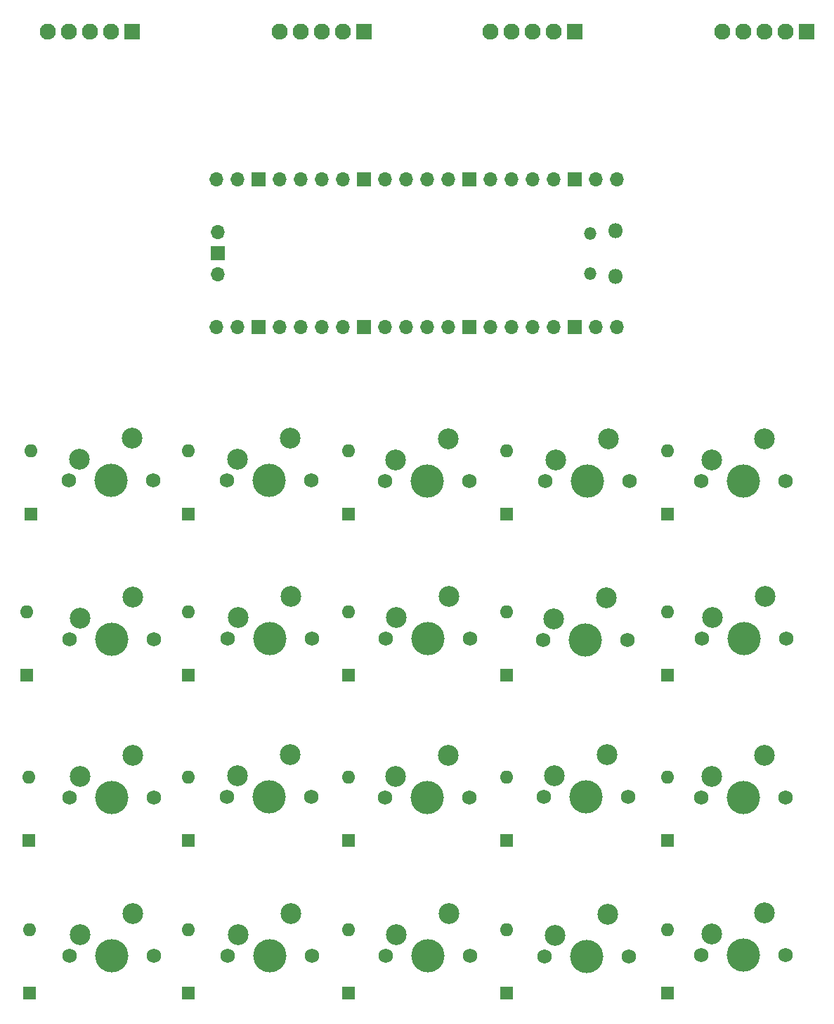
<source format=gbr>
%TF.GenerationSoftware,KiCad,Pcbnew,7.0.6*%
%TF.CreationDate,2023-08-06T21:34:41+02:00*%
%TF.ProjectId,Macropad,4d616372-6f70-4616-942e-6b696361645f,rev?*%
%TF.SameCoordinates,Original*%
%TF.FileFunction,Soldermask,Bot*%
%TF.FilePolarity,Negative*%
%FSLAX46Y46*%
G04 Gerber Fmt 4.6, Leading zero omitted, Abs format (unit mm)*
G04 Created by KiCad (PCBNEW 7.0.6) date 2023-08-06 21:34:41*
%MOMM*%
%LPD*%
G01*
G04 APERTURE LIST*
%ADD10C,1.930400*%
%ADD11R,1.930400X1.930400*%
%ADD12R,1.600000X1.600000*%
%ADD13O,1.600000X1.600000*%
%ADD14C,1.750000*%
%ADD15C,4.000000*%
%ADD16C,2.500000*%
%ADD17O,1.800000X1.800000*%
%ADD18O,1.500000X1.500000*%
%ADD19O,1.700000X1.700000*%
%ADD20R,1.700000X1.700000*%
G04 APERTURE END LIST*
D10*
%TO.C,U5*%
X114300000Y-55880000D03*
X116840000Y-55880000D03*
D11*
X124460000Y-55880000D03*
D10*
X119380000Y-55880000D03*
X121920000Y-55880000D03*
%TD*%
%TO.C,U4*%
X86360000Y-55880000D03*
X88900000Y-55880000D03*
D11*
X96520000Y-55880000D03*
D10*
X91440000Y-55880000D03*
X93980000Y-55880000D03*
%TD*%
%TO.C,U3*%
X60960000Y-55880000D03*
X63500000Y-55880000D03*
D11*
X71120000Y-55880000D03*
D10*
X66040000Y-55880000D03*
X68580000Y-55880000D03*
%TD*%
%TO.C,U2*%
X33020000Y-55880000D03*
X35560000Y-55880000D03*
D11*
X43180000Y-55880000D03*
D10*
X38100000Y-55880000D03*
X40640000Y-55880000D03*
%TD*%
D12*
%TO.C,D7*%
X49954344Y-133350000D03*
D13*
X49954344Y-125730000D03*
%TD*%
D14*
%TO.C,SW9*%
X92747598Y-129039436D03*
D15*
X97827598Y-129039436D03*
D14*
X102907598Y-129039436D03*
D16*
X94017598Y-126499436D03*
X100367598Y-123959436D03*
%TD*%
D14*
%TO.C,SW8*%
X73806367Y-128919047D03*
D15*
X78886367Y-128919047D03*
D14*
X83966367Y-128919047D03*
D16*
X75076367Y-126379047D03*
X81426367Y-123839047D03*
%TD*%
D12*
%TO.C,D18*%
X69274854Y-171569707D03*
D13*
X69274854Y-163949707D03*
%TD*%
D14*
%TO.C,SW10*%
X111889477Y-128878917D03*
D15*
X116969477Y-128878917D03*
D14*
X122049477Y-128878917D03*
D16*
X113159477Y-126338917D03*
X119509477Y-123798917D03*
%TD*%
D14*
%TO.C,SW2*%
X54664488Y-109817298D03*
D15*
X59744488Y-109817298D03*
D14*
X64824488Y-109817298D03*
D16*
X55934488Y-107277298D03*
X62284488Y-104737298D03*
%TD*%
D12*
%TO.C,D13*%
X69274854Y-153202514D03*
D13*
X69274854Y-145582514D03*
%TD*%
D12*
%TO.C,D6*%
X30480000Y-133350000D03*
D13*
X30480000Y-125730000D03*
%TD*%
D12*
%TO.C,D5*%
X107709610Y-113950934D03*
D13*
X107709610Y-106330934D03*
%TD*%
D14*
%TO.C,SW1*%
X35562739Y-109857427D03*
D15*
X40642739Y-109857427D03*
D14*
X45722739Y-109857427D03*
D16*
X36832739Y-107317427D03*
X43182739Y-104777427D03*
%TD*%
D14*
%TO.C,SW12*%
X54659848Y-147946023D03*
D15*
X59739848Y-147946023D03*
D14*
X64819848Y-147946023D03*
D16*
X55929848Y-145406023D03*
X62279848Y-142866023D03*
%TD*%
D14*
%TO.C,SW15*%
X111809708Y-148020720D03*
D15*
X116889708Y-148020720D03*
D14*
X121969708Y-148020720D03*
D16*
X113079708Y-145480720D03*
X119429708Y-142940720D03*
%TD*%
D12*
%TO.C,D14*%
X88314966Y-153202514D03*
D13*
X88314966Y-145582514D03*
%TD*%
D12*
%TO.C,D16*%
X30840100Y-171569707D03*
D13*
X30840100Y-163949707D03*
%TD*%
D17*
%TO.C,U1*%
X101470000Y-79825000D03*
D18*
X98440000Y-80125000D03*
X98440000Y-84975000D03*
D17*
X101470000Y-85275000D03*
D19*
X101600000Y-73660000D03*
X99060000Y-73660000D03*
D20*
X96520000Y-73660000D03*
D19*
X93980000Y-73660000D03*
X91440000Y-73660000D03*
X88900000Y-73660000D03*
X86360000Y-73660000D03*
D20*
X83820000Y-73660000D03*
D19*
X81280000Y-73660000D03*
X78740000Y-73660000D03*
X76200000Y-73660000D03*
X73660000Y-73660000D03*
D20*
X71120000Y-73660000D03*
D19*
X68580000Y-73660000D03*
X66040000Y-73660000D03*
X63500000Y-73660000D03*
X60960000Y-73660000D03*
D20*
X58420000Y-73660000D03*
D19*
X55880000Y-73660000D03*
X53340000Y-73660000D03*
X53340000Y-91440000D03*
X55880000Y-91440000D03*
D20*
X58420000Y-91440000D03*
D19*
X60960000Y-91440000D03*
X63500000Y-91440000D03*
X66040000Y-91440000D03*
X68580000Y-91440000D03*
D20*
X71120000Y-91440000D03*
D19*
X73660000Y-91440000D03*
X76200000Y-91440000D03*
X78740000Y-91440000D03*
X81280000Y-91440000D03*
D20*
X83820000Y-91440000D03*
D19*
X86360000Y-91440000D03*
X88900000Y-91440000D03*
X91440000Y-91440000D03*
X93980000Y-91440000D03*
D20*
X96520000Y-91440000D03*
D19*
X99060000Y-91440000D03*
X101600000Y-91440000D03*
X53570000Y-80010000D03*
D20*
X53570000Y-82550000D03*
D19*
X53570000Y-85090000D03*
%TD*%
D12*
%TO.C,D17*%
X49954344Y-171569707D03*
D13*
X49954344Y-163949707D03*
%TD*%
D14*
%TO.C,SW17*%
X54692583Y-167094658D03*
D15*
X59772583Y-167094658D03*
D14*
X64852583Y-167094658D03*
D16*
X55962583Y-164554658D03*
X62312583Y-162014658D03*
%TD*%
D12*
%TO.C,D2*%
X49954344Y-113950934D03*
D13*
X49954344Y-106330934D03*
%TD*%
D14*
%TO.C,SW6*%
X35683128Y-128959177D03*
D15*
X40763128Y-128959177D03*
D14*
X45843128Y-128959177D03*
D16*
X36953128Y-126419177D03*
X43303128Y-123879177D03*
%TD*%
D14*
%TO.C,SW18*%
X73768354Y-167066356D03*
D15*
X78848354Y-167066356D03*
D14*
X83928354Y-167066356D03*
D16*
X75038354Y-164526356D03*
X81388354Y-161986356D03*
%TD*%
D14*
%TO.C,SW13*%
X73719136Y-148022270D03*
D15*
X78799136Y-148022270D03*
D14*
X83879136Y-148022270D03*
D16*
X74989136Y-145482270D03*
X81339136Y-142942270D03*
%TD*%
D14*
%TO.C,SW4*%
X92985837Y-109916061D03*
D15*
X98065837Y-109916061D03*
D14*
X103145837Y-109916061D03*
D16*
X94255837Y-107376061D03*
X100605837Y-104836061D03*
%TD*%
D12*
%TO.C,D1*%
X31019637Y-113950934D03*
D13*
X31019637Y-106330934D03*
%TD*%
D14*
%TO.C,SW7*%
X54690467Y-128907220D03*
D15*
X59770467Y-128907220D03*
D14*
X64850467Y-128907220D03*
D16*
X55960467Y-126367220D03*
X62310467Y-123827220D03*
%TD*%
D14*
%TO.C,SW16*%
X35645114Y-167066356D03*
D15*
X40725114Y-167066356D03*
D14*
X45805114Y-167066356D03*
D16*
X36915114Y-164526356D03*
X43265114Y-161986356D03*
%TD*%
D14*
%TO.C,SW14*%
X92848413Y-147987279D03*
D15*
X97928413Y-147987279D03*
D14*
X103008413Y-147987279D03*
D16*
X94118413Y-145447279D03*
X100468413Y-142907279D03*
%TD*%
D12*
%TO.C,D19*%
X88314966Y-171569707D03*
D13*
X88314966Y-163949707D03*
%TD*%
D14*
%TO.C,SW20*%
X111771204Y-166986097D03*
D15*
X116851204Y-166986097D03*
D14*
X121931204Y-166986097D03*
D16*
X113041204Y-164446097D03*
X119391204Y-161906097D03*
%TD*%
D12*
%TO.C,D10*%
X107709610Y-133350000D03*
D13*
X107709610Y-125730000D03*
%TD*%
D12*
%TO.C,D3*%
X69274854Y-113950934D03*
D13*
X69274854Y-106330934D03*
%TD*%
D12*
%TO.C,D8*%
X69274854Y-133350000D03*
D13*
X69274854Y-125730000D03*
%TD*%
D14*
%TO.C,SW3*%
X73685978Y-109937687D03*
D15*
X78765978Y-109937687D03*
D14*
X83845978Y-109937687D03*
D16*
X74955978Y-107397687D03*
X81305978Y-104857687D03*
%TD*%
D12*
%TO.C,D20*%
X107709610Y-171569707D03*
D13*
X107709610Y-163949707D03*
%TD*%
D14*
%TO.C,SW11*%
X35686514Y-148042335D03*
D15*
X40766514Y-148042335D03*
D14*
X45846514Y-148042335D03*
D16*
X36956514Y-145502335D03*
X43306514Y-142962335D03*
%TD*%
D12*
%TO.C,D15*%
X107709610Y-153202514D03*
D13*
X107709610Y-145582514D03*
%TD*%
D12*
%TO.C,D12*%
X49954344Y-153202514D03*
D13*
X49954344Y-145582514D03*
%TD*%
D14*
%TO.C,SW19*%
X92870103Y-167146615D03*
D15*
X97950103Y-167146615D03*
D14*
X103030103Y-167146615D03*
D16*
X94140103Y-164606615D03*
X100490103Y-162066615D03*
%TD*%
D14*
%TO.C,SW5*%
X111824335Y-109973847D03*
D15*
X116904335Y-109973847D03*
D14*
X121984335Y-109973847D03*
D16*
X113094335Y-107433847D03*
X119444335Y-104893847D03*
%TD*%
D12*
%TO.C,D11*%
X30779655Y-153202514D03*
D13*
X30779655Y-145582514D03*
%TD*%
D12*
%TO.C,D4*%
X88314966Y-113950934D03*
D13*
X88314966Y-106330934D03*
%TD*%
D12*
%TO.C,D9*%
X88314966Y-133350000D03*
D13*
X88314966Y-125730000D03*
%TD*%
M02*

</source>
